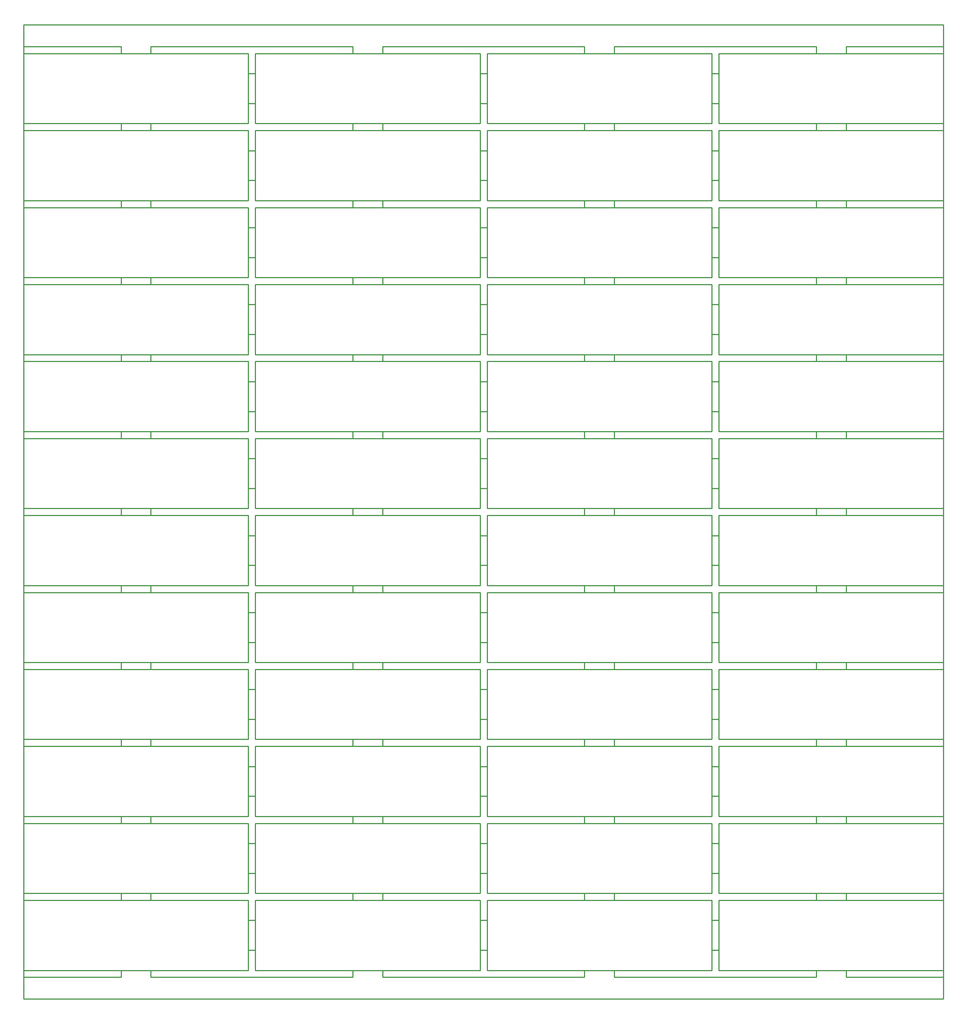
<source format=gko>
G04 Layer: BoardOutline*
G04 EasyEDA v6.4.25, 2021-09-22T10:20:37+05:30*
G04 774fefb5d2d343239ab63bc48f8a28e3,f7b9aed3ca5c4f10b20383f968238e49,10*
G04 Gerber Generator version 0.2*
G04 Scale: 100 percent, Rotated: No, Reflected: No *
G04 Dimensions in inches *
G04 leading zeros omitted , absolute positions ,3 integer and 6 decimal *
%FSLAX36Y36*%
%MOIN*%

%ADD10C,0.0100*%
D10*
X1840000Y629920D02*
G01*
X2027554Y629920D01*
X2027554Y492125D01*
X2027554Y196849D01*
X2027554Y19684D01*
X1925700Y-1659D02*
G01*
X2027554Y-1659D01*
X2027554Y19684D01*
X1925700Y-1659D02*
G01*
X-699Y-1659D01*
X-699Y628740D01*
X0Y629920D02*
G01*
X1840000Y629920D01*
X3931246Y629920D02*
G01*
X4118801Y629920D01*
X4118801Y492125D01*
X4118801Y196849D01*
X4118801Y19684D01*
X4016946Y-1659D02*
G01*
X4118801Y-1659D01*
X4118801Y19684D01*
X4016946Y-1659D02*
G01*
X2090547Y-1659D01*
X2090547Y628740D01*
X2091246Y629920D02*
G01*
X3931246Y629920D01*
X6022493Y629920D02*
G01*
X6210048Y629920D01*
X6210048Y492125D01*
X6210048Y196849D01*
X6210048Y19684D01*
X6108193Y-1659D02*
G01*
X6210048Y-1659D01*
X6210048Y19684D01*
X6108193Y-1659D02*
G01*
X4181793Y-1659D01*
X4181793Y628740D01*
X4182493Y629920D02*
G01*
X6022493Y629920D01*
X8113740Y629920D02*
G01*
X8301295Y629920D01*
X8301295Y492125D01*
X8301295Y196849D01*
X8301295Y19684D01*
X8199440Y-1659D02*
G01*
X8301295Y-1659D01*
X8301295Y19684D01*
X8199440Y-1659D02*
G01*
X6273040Y-1659D01*
X6273040Y628740D01*
X6273740Y629920D02*
G01*
X8113740Y629920D01*
X1840000Y-64651D02*
G01*
X2027554Y-64651D01*
X2027554Y-202446D01*
X2027554Y-497721D01*
X2027554Y-674886D01*
X1925700Y-696231D02*
G01*
X2027554Y-696231D01*
X2027554Y-674886D01*
X1925700Y-696231D02*
G01*
X-699Y-696231D01*
X-699Y-65831D01*
X0Y-64651D02*
G01*
X1840000Y-64651D01*
X3931246Y-64651D02*
G01*
X4118801Y-64651D01*
X4118801Y-202446D01*
X4118801Y-497721D01*
X4118801Y-674886D01*
X4016946Y-696231D02*
G01*
X4118801Y-696231D01*
X4118801Y-674886D01*
X4016946Y-696231D02*
G01*
X2090547Y-696231D01*
X2090547Y-65831D01*
X2091246Y-64651D02*
G01*
X3931246Y-64651D01*
X6022493Y-64651D02*
G01*
X6210048Y-64651D01*
X6210048Y-202446D01*
X6210048Y-497721D01*
X6210048Y-674886D01*
X6108193Y-696231D02*
G01*
X6210048Y-696231D01*
X6210048Y-674886D01*
X6108193Y-696231D02*
G01*
X4181793Y-696231D01*
X4181793Y-65831D01*
X4182493Y-64651D02*
G01*
X6022493Y-64651D01*
X8113740Y-64651D02*
G01*
X8301295Y-64651D01*
X8301295Y-202446D01*
X8301295Y-497721D01*
X8301295Y-674886D01*
X8199440Y-696231D02*
G01*
X8301295Y-696231D01*
X8301295Y-674886D01*
X8199440Y-696231D02*
G01*
X6273040Y-696231D01*
X6273040Y-65831D01*
X6273740Y-64651D02*
G01*
X8113740Y-64651D01*
X1840000Y-759223D02*
G01*
X2027554Y-759223D01*
X2027554Y-897018D01*
X2027554Y-1192293D01*
X2027554Y-1369458D01*
X1925700Y-1390803D02*
G01*
X2027554Y-1390803D01*
X2027554Y-1369458D01*
X1925700Y-1390803D02*
G01*
X-699Y-1390803D01*
X-699Y-760403D01*
X0Y-759223D02*
G01*
X1840000Y-759223D01*
X3931246Y-759223D02*
G01*
X4118801Y-759223D01*
X4118801Y-897018D01*
X4118801Y-1192293D01*
X4118801Y-1369458D01*
X4016946Y-1390803D02*
G01*
X4118801Y-1390803D01*
X4118801Y-1369458D01*
X4016946Y-1390803D02*
G01*
X2090547Y-1390803D01*
X2090547Y-760403D01*
X2091246Y-759223D02*
G01*
X3931246Y-759223D01*
X6022493Y-759223D02*
G01*
X6210048Y-759223D01*
X6210048Y-897018D01*
X6210048Y-1192293D01*
X6210048Y-1369458D01*
X6108193Y-1390803D02*
G01*
X6210048Y-1390803D01*
X6210048Y-1369458D01*
X6108193Y-1390803D02*
G01*
X4181793Y-1390803D01*
X4181793Y-760403D01*
X4182493Y-759223D02*
G01*
X6022493Y-759223D01*
X8113740Y-759223D02*
G01*
X8301295Y-759223D01*
X8301295Y-897018D01*
X8301295Y-1192293D01*
X8301295Y-1369458D01*
X8199440Y-1390803D02*
G01*
X8301295Y-1390803D01*
X8301295Y-1369458D01*
X8199440Y-1390803D02*
G01*
X6273040Y-1390803D01*
X6273040Y-760403D01*
X6273740Y-759223D02*
G01*
X8113740Y-759223D01*
X1840000Y-1453795D02*
G01*
X2027554Y-1453795D01*
X2027554Y-1591590D01*
X2027554Y-1886866D01*
X2027554Y-2064030D01*
X1925700Y-2085375D02*
G01*
X2027554Y-2085375D01*
X2027554Y-2064030D01*
X1925700Y-2085375D02*
G01*
X-699Y-2085375D01*
X-699Y-1454975D01*
X0Y-1453795D02*
G01*
X1840000Y-1453795D01*
X3931246Y-1453795D02*
G01*
X4118801Y-1453795D01*
X4118801Y-1591590D01*
X4118801Y-1886866D01*
X4118801Y-2064030D01*
X4016946Y-2085375D02*
G01*
X4118801Y-2085375D01*
X4118801Y-2064030D01*
X4016946Y-2085375D02*
G01*
X2090547Y-2085375D01*
X2090547Y-1454975D01*
X2091246Y-1453795D02*
G01*
X3931246Y-1453795D01*
X6022493Y-1453795D02*
G01*
X6210048Y-1453795D01*
X6210048Y-1591590D01*
X6210048Y-1886866D01*
X6210048Y-2064030D01*
X6108193Y-2085375D02*
G01*
X6210048Y-2085375D01*
X6210048Y-2064030D01*
X6108193Y-2085375D02*
G01*
X4181793Y-2085375D01*
X4181793Y-1454975D01*
X4182493Y-1453795D02*
G01*
X6022493Y-1453795D01*
X8113740Y-1453795D02*
G01*
X8301295Y-1453795D01*
X8301295Y-1591590D01*
X8301295Y-1886866D01*
X8301295Y-2064030D01*
X8199440Y-2085375D02*
G01*
X8301295Y-2085375D01*
X8301295Y-2064030D01*
X8199440Y-2085375D02*
G01*
X6273040Y-2085375D01*
X6273040Y-1454975D01*
X6273740Y-1453795D02*
G01*
X8113740Y-1453795D01*
X1840000Y-2148367D02*
G01*
X2027554Y-2148367D01*
X2027554Y-2286162D01*
X2027554Y-2581437D01*
X2027554Y-2758602D01*
X1925700Y-2779947D02*
G01*
X2027554Y-2779947D01*
X2027554Y-2758602D01*
X1925700Y-2779947D02*
G01*
X-699Y-2779947D01*
X-699Y-2149547D01*
X0Y-2148367D02*
G01*
X1840000Y-2148367D01*
X3931246Y-2148367D02*
G01*
X4118801Y-2148367D01*
X4118801Y-2286162D01*
X4118801Y-2581437D01*
X4118801Y-2758602D01*
X4016946Y-2779947D02*
G01*
X4118801Y-2779947D01*
X4118801Y-2758602D01*
X4016946Y-2779947D02*
G01*
X2090547Y-2779947D01*
X2090547Y-2149547D01*
X2091246Y-2148367D02*
G01*
X3931246Y-2148367D01*
X6022493Y-2148367D02*
G01*
X6210048Y-2148367D01*
X6210048Y-2286162D01*
X6210048Y-2581437D01*
X6210048Y-2758602D01*
X6108193Y-2779947D02*
G01*
X6210048Y-2779947D01*
X6210048Y-2758602D01*
X6108193Y-2779947D02*
G01*
X4181793Y-2779947D01*
X4181793Y-2149547D01*
X4182493Y-2148367D02*
G01*
X6022493Y-2148367D01*
X8113740Y-2148367D02*
G01*
X8301295Y-2148367D01*
X8301295Y-2286162D01*
X8301295Y-2581437D01*
X8301295Y-2758602D01*
X8199440Y-2779947D02*
G01*
X8301295Y-2779947D01*
X8301295Y-2758602D01*
X8199440Y-2779947D02*
G01*
X6273040Y-2779947D01*
X6273040Y-2149547D01*
X6273740Y-2148367D02*
G01*
X8113740Y-2148367D01*
X1840000Y-2842939D02*
G01*
X2027554Y-2842939D01*
X2027554Y-2980734D01*
X2027554Y-3276009D01*
X2027554Y-3453174D01*
X1925700Y-3474519D02*
G01*
X2027554Y-3474519D01*
X2027554Y-3453174D01*
X1925700Y-3474519D02*
G01*
X-699Y-3474519D01*
X-699Y-2844119D01*
X0Y-2842939D02*
G01*
X1840000Y-2842939D01*
X3931246Y-2842939D02*
G01*
X4118801Y-2842939D01*
X4118801Y-2980734D01*
X4118801Y-3276009D01*
X4118801Y-3453174D01*
X4016946Y-3474519D02*
G01*
X4118801Y-3474519D01*
X4118801Y-3453174D01*
X4016946Y-3474519D02*
G01*
X2090547Y-3474519D01*
X2090547Y-2844119D01*
X2091246Y-2842939D02*
G01*
X3931246Y-2842939D01*
X6022493Y-2842939D02*
G01*
X6210048Y-2842939D01*
X6210048Y-2980734D01*
X6210048Y-3276009D01*
X6210048Y-3453174D01*
X6108193Y-3474519D02*
G01*
X6210048Y-3474519D01*
X6210048Y-3453174D01*
X6108193Y-3474519D02*
G01*
X4181793Y-3474519D01*
X4181793Y-2844119D01*
X4182493Y-2842939D02*
G01*
X6022493Y-2842939D01*
X8113740Y-2842939D02*
G01*
X8301295Y-2842939D01*
X8301295Y-2980734D01*
X8301295Y-3276009D01*
X8301295Y-3453174D01*
X8199440Y-3474519D02*
G01*
X8301295Y-3474519D01*
X8301295Y-3453174D01*
X8199440Y-3474519D02*
G01*
X6273040Y-3474519D01*
X6273040Y-2844119D01*
X6273740Y-2842939D02*
G01*
X8113740Y-2842939D01*
X1840000Y-3537511D02*
G01*
X2027554Y-3537511D01*
X2027554Y-3675306D01*
X2027554Y-3970581D01*
X2027554Y-4147746D01*
X1925700Y-4169091D02*
G01*
X2027554Y-4169091D01*
X2027554Y-4147746D01*
X1925700Y-4169091D02*
G01*
X-699Y-4169091D01*
X-699Y-3538691D01*
X0Y-3537511D02*
G01*
X1840000Y-3537511D01*
X3931246Y-3537511D02*
G01*
X4118801Y-3537511D01*
X4118801Y-3675306D01*
X4118801Y-3970581D01*
X4118801Y-4147746D01*
X4016946Y-4169091D02*
G01*
X4118801Y-4169091D01*
X4118801Y-4147746D01*
X4016946Y-4169091D02*
G01*
X2090547Y-4169091D01*
X2090547Y-3538691D01*
X2091246Y-3537511D02*
G01*
X3931246Y-3537511D01*
X6022493Y-3537511D02*
G01*
X6210048Y-3537511D01*
X6210048Y-3675306D01*
X6210048Y-3970581D01*
X6210048Y-4147746D01*
X6108193Y-4169091D02*
G01*
X6210048Y-4169091D01*
X6210048Y-4147746D01*
X6108193Y-4169091D02*
G01*
X4181793Y-4169091D01*
X4181793Y-3538691D01*
X4182493Y-3537511D02*
G01*
X6022493Y-3537511D01*
X8113740Y-3537511D02*
G01*
X8301295Y-3537511D01*
X8301295Y-3675306D01*
X8301295Y-3970581D01*
X8301295Y-4147746D01*
X8199440Y-4169091D02*
G01*
X8301295Y-4169091D01*
X8301295Y-4147746D01*
X8199440Y-4169091D02*
G01*
X6273040Y-4169091D01*
X6273040Y-3538691D01*
X6273740Y-3537511D02*
G01*
X8113740Y-3537511D01*
X1840000Y-4232083D02*
G01*
X2027554Y-4232083D01*
X2027554Y-4369878D01*
X2027554Y-4665153D01*
X2027554Y-4842318D01*
X1925700Y-4863663D02*
G01*
X2027554Y-4863663D01*
X2027554Y-4842318D01*
X1925700Y-4863663D02*
G01*
X-699Y-4863663D01*
X-699Y-4233263D01*
X0Y-4232083D02*
G01*
X1840000Y-4232083D01*
X3931246Y-4232083D02*
G01*
X4118801Y-4232083D01*
X4118801Y-4369878D01*
X4118801Y-4665153D01*
X4118801Y-4842318D01*
X4016946Y-4863663D02*
G01*
X4118801Y-4863663D01*
X4118801Y-4842318D01*
X4016946Y-4863663D02*
G01*
X2090547Y-4863663D01*
X2090547Y-4233263D01*
X2091246Y-4232083D02*
G01*
X3931246Y-4232083D01*
X6022493Y-4232083D02*
G01*
X6210048Y-4232083D01*
X6210048Y-4369878D01*
X6210048Y-4665153D01*
X6210048Y-4842318D01*
X6108193Y-4863663D02*
G01*
X6210048Y-4863663D01*
X6210048Y-4842318D01*
X6108193Y-4863663D02*
G01*
X4181793Y-4863663D01*
X4181793Y-4233263D01*
X4182493Y-4232083D02*
G01*
X6022493Y-4232083D01*
X8113740Y-4232083D02*
G01*
X8301295Y-4232083D01*
X8301295Y-4369878D01*
X8301295Y-4665153D01*
X8301295Y-4842318D01*
X8199440Y-4863663D02*
G01*
X8301295Y-4863663D01*
X8301295Y-4842318D01*
X8199440Y-4863663D02*
G01*
X6273040Y-4863663D01*
X6273040Y-4233263D01*
X6273740Y-4232083D02*
G01*
X8113740Y-4232083D01*
X1840000Y-4926655D02*
G01*
X2027554Y-4926655D01*
X2027554Y-5064450D01*
X2027554Y-5359725D01*
X2027554Y-5536890D01*
X1925700Y-5558235D02*
G01*
X2027554Y-5558235D01*
X2027554Y-5536890D01*
X1925700Y-5558235D02*
G01*
X-699Y-5558235D01*
X-699Y-4927835D01*
X0Y-4926655D02*
G01*
X1840000Y-4926655D01*
X3931246Y-4926655D02*
G01*
X4118801Y-4926655D01*
X4118801Y-5064450D01*
X4118801Y-5359725D01*
X4118801Y-5536890D01*
X4016946Y-5558235D02*
G01*
X4118801Y-5558235D01*
X4118801Y-5536890D01*
X4016946Y-5558235D02*
G01*
X2090547Y-5558235D01*
X2090547Y-4927835D01*
X2091246Y-4926655D02*
G01*
X3931246Y-4926655D01*
X6022493Y-4926655D02*
G01*
X6210048Y-4926655D01*
X6210048Y-5064450D01*
X6210048Y-5359725D01*
X6210048Y-5536890D01*
X6108193Y-5558235D02*
G01*
X6210048Y-5558235D01*
X6210048Y-5536890D01*
X6108193Y-5558235D02*
G01*
X4181793Y-5558235D01*
X4181793Y-4927835D01*
X4182493Y-4926655D02*
G01*
X6022493Y-4926655D01*
X8113740Y-4926655D02*
G01*
X8301295Y-4926655D01*
X8301295Y-5064450D01*
X8301295Y-5359725D01*
X8301295Y-5536890D01*
X8199440Y-5558235D02*
G01*
X8301295Y-5558235D01*
X8301295Y-5536890D01*
X8199440Y-5558235D02*
G01*
X6273040Y-5558235D01*
X6273040Y-4927835D01*
X6273740Y-4926655D02*
G01*
X8113740Y-4926655D01*
X1840000Y-5621227D02*
G01*
X2027554Y-5621227D01*
X2027554Y-5759022D01*
X2027554Y-6054297D01*
X2027554Y-6231462D01*
X1925700Y-6252807D02*
G01*
X2027554Y-6252807D01*
X2027554Y-6231462D01*
X1925700Y-6252807D02*
G01*
X-699Y-6252807D01*
X-699Y-5622407D01*
X0Y-5621227D02*
G01*
X1840000Y-5621227D01*
X3931246Y-5621227D02*
G01*
X4118801Y-5621227D01*
X4118801Y-5759022D01*
X4118801Y-6054297D01*
X4118801Y-6231462D01*
X4016946Y-6252807D02*
G01*
X4118801Y-6252807D01*
X4118801Y-6231462D01*
X4016946Y-6252807D02*
G01*
X2090547Y-6252807D01*
X2090547Y-5622407D01*
X2091246Y-5621227D02*
G01*
X3931246Y-5621227D01*
X6022493Y-5621227D02*
G01*
X6210048Y-5621227D01*
X6210048Y-5759022D01*
X6210048Y-6054297D01*
X6210048Y-6231462D01*
X6108193Y-6252807D02*
G01*
X6210048Y-6252807D01*
X6210048Y-6231462D01*
X6108193Y-6252807D02*
G01*
X4181793Y-6252807D01*
X4181793Y-5622407D01*
X4182493Y-5621227D02*
G01*
X6022493Y-5621227D01*
X8113740Y-5621227D02*
G01*
X8301295Y-5621227D01*
X8301295Y-5759022D01*
X8301295Y-6054297D01*
X8301295Y-6231462D01*
X8199440Y-6252807D02*
G01*
X8301295Y-6252807D01*
X8301295Y-6231462D01*
X8199440Y-6252807D02*
G01*
X6273040Y-6252807D01*
X6273040Y-5622407D01*
X6273740Y-5621227D02*
G01*
X8113740Y-5621227D01*
X1840000Y-6315799D02*
G01*
X2027554Y-6315799D01*
X2027554Y-6453594D01*
X2027554Y-6748869D01*
X2027554Y-6926034D01*
X1925700Y-6947379D02*
G01*
X2027554Y-6947379D01*
X2027554Y-6926034D01*
X1925700Y-6947379D02*
G01*
X-699Y-6947379D01*
X-699Y-6316979D01*
X0Y-6315799D02*
G01*
X1840000Y-6315799D01*
X3931246Y-6315799D02*
G01*
X4118801Y-6315799D01*
X4118801Y-6453594D01*
X4118801Y-6748869D01*
X4118801Y-6926034D01*
X4016946Y-6947379D02*
G01*
X4118801Y-6947379D01*
X4118801Y-6926034D01*
X4016946Y-6947379D02*
G01*
X2090547Y-6947379D01*
X2090547Y-6316979D01*
X2091246Y-6315799D02*
G01*
X3931246Y-6315799D01*
X6022493Y-6315799D02*
G01*
X6210048Y-6315799D01*
X6210048Y-6453594D01*
X6210048Y-6748869D01*
X6210048Y-6926034D01*
X6108193Y-6947379D02*
G01*
X6210048Y-6947379D01*
X6210048Y-6926034D01*
X6108193Y-6947379D02*
G01*
X4181793Y-6947379D01*
X4181793Y-6316979D01*
X4182493Y-6315799D02*
G01*
X6022493Y-6315799D01*
X8113740Y-6315799D02*
G01*
X8301295Y-6315799D01*
X8301295Y-6453594D01*
X8301295Y-6748869D01*
X8301295Y-6926034D01*
X8199440Y-6947379D02*
G01*
X8301295Y-6947379D01*
X8301295Y-6926034D01*
X8199440Y-6947379D02*
G01*
X6273040Y-6947379D01*
X6273040Y-6316979D01*
X6273740Y-6315799D02*
G01*
X8113740Y-6315799D01*
X1840000Y-7010371D02*
G01*
X2027554Y-7010371D01*
X2027554Y-7148166D01*
X2027554Y-7443441D01*
X2027554Y-7620606D01*
X1925700Y-7641951D02*
G01*
X2027554Y-7641951D01*
X2027554Y-7620606D01*
X1925700Y-7641951D02*
G01*
X-699Y-7641951D01*
X-699Y-7011551D01*
X0Y-7010371D02*
G01*
X1840000Y-7010371D01*
X3931246Y-7010371D02*
G01*
X4118801Y-7010371D01*
X4118801Y-7148166D01*
X4118801Y-7443441D01*
X4118801Y-7620606D01*
X4016946Y-7641951D02*
G01*
X4118801Y-7641951D01*
X4118801Y-7620606D01*
X4016946Y-7641951D02*
G01*
X2090547Y-7641951D01*
X2090547Y-7011551D01*
X2091246Y-7010371D02*
G01*
X3931246Y-7010371D01*
X6022493Y-7010371D02*
G01*
X6210048Y-7010371D01*
X6210048Y-7148166D01*
X6210048Y-7443441D01*
X6210048Y-7620606D01*
X6108193Y-7641951D02*
G01*
X6210048Y-7641951D01*
X6210048Y-7620606D01*
X6108193Y-7641951D02*
G01*
X4181793Y-7641951D01*
X4181793Y-7011551D01*
X4182493Y-7010371D02*
G01*
X6022493Y-7010371D01*
X8113740Y-7010371D02*
G01*
X8301295Y-7010371D01*
X8301295Y-7148166D01*
X8301295Y-7443441D01*
X8301295Y-7620606D01*
X8199440Y-7641951D02*
G01*
X8301295Y-7641951D01*
X8301295Y-7620606D01*
X8199440Y-7641951D02*
G01*
X6273040Y-7641951D01*
X6273040Y-7011551D01*
X6273740Y-7010371D02*
G01*
X8113740Y-7010371D01*
X-698Y889762D02*
G01*
X8301294Y889762D01*
X8301294Y-7901788D01*
X-698Y-7901788D01*
X-698Y889762D01*
X878781Y692913D02*
G01*
X-698Y692913D01*
X878781Y-7704937D02*
G01*
X-698Y-7704937D01*
X2970027Y692913D02*
G01*
X1148076Y692913D01*
X2970027Y-7704937D02*
G01*
X1148076Y-7704937D01*
X5061273Y692913D02*
G01*
X3239321Y692913D01*
X5061273Y-7704937D02*
G01*
X3239321Y-7704937D01*
X7152519Y692913D02*
G01*
X5330569Y692913D01*
X7152519Y-7704937D02*
G01*
X5330569Y-7704937D01*
X8301295Y692913D02*
G01*
X7421815Y692913D01*
X8301295Y-7704937D02*
G01*
X7421815Y-7704937D01*
X878781Y-61042D02*
G01*
X878781Y-5268D01*
X1148076Y-61042D02*
G01*
X1148076Y-5268D01*
X2970027Y-61042D02*
G01*
X2970027Y-5268D01*
X3239322Y-61042D02*
G01*
X3239322Y-5268D01*
X5061273Y-61042D02*
G01*
X5061273Y-5268D01*
X5330568Y-61042D02*
G01*
X5330568Y-5268D01*
X7152520Y-61042D02*
G01*
X7152520Y-5268D01*
X7421815Y-61042D02*
G01*
X7421815Y-5268D01*
X878781Y-755614D02*
G01*
X878781Y-699840D01*
X1148076Y-755614D02*
G01*
X1148076Y-699840D01*
X2970027Y-755614D02*
G01*
X2970027Y-699840D01*
X3239322Y-755614D02*
G01*
X3239322Y-699840D01*
X5061273Y-755614D02*
G01*
X5061273Y-699840D01*
X5330568Y-755614D02*
G01*
X5330568Y-699840D01*
X7152520Y-755614D02*
G01*
X7152520Y-699840D01*
X7421815Y-755614D02*
G01*
X7421815Y-699840D01*
X878781Y-1450186D02*
G01*
X878781Y-1394412D01*
X1148076Y-1450186D02*
G01*
X1148076Y-1394412D01*
X2970027Y-1450186D02*
G01*
X2970027Y-1394412D01*
X3239322Y-1450186D02*
G01*
X3239322Y-1394412D01*
X5061273Y-1450186D02*
G01*
X5061273Y-1394412D01*
X5330568Y-1450186D02*
G01*
X5330568Y-1394412D01*
X7152520Y-1450186D02*
G01*
X7152520Y-1394412D01*
X7421815Y-1450186D02*
G01*
X7421815Y-1394412D01*
X878781Y-2144757D02*
G01*
X878781Y-2088983D01*
X1148076Y-2144757D02*
G01*
X1148076Y-2088983D01*
X2970027Y-2144757D02*
G01*
X2970027Y-2088983D01*
X3239322Y-2144757D02*
G01*
X3239322Y-2088983D01*
X5061273Y-2144757D02*
G01*
X5061273Y-2088983D01*
X5330568Y-2144757D02*
G01*
X5330568Y-2088983D01*
X7152520Y-2144757D02*
G01*
X7152520Y-2088983D01*
X7421815Y-2144757D02*
G01*
X7421815Y-2088983D01*
X878781Y-2839329D02*
G01*
X878781Y-2783555D01*
X1148076Y-2839329D02*
G01*
X1148076Y-2783555D01*
X2970027Y-2839329D02*
G01*
X2970027Y-2783555D01*
X3239322Y-2839329D02*
G01*
X3239322Y-2783555D01*
X5061273Y-2839329D02*
G01*
X5061273Y-2783555D01*
X5330568Y-2839329D02*
G01*
X5330568Y-2783555D01*
X7152520Y-2839329D02*
G01*
X7152520Y-2783555D01*
X7421815Y-2839329D02*
G01*
X7421815Y-2783555D01*
X878781Y-3533900D02*
G01*
X878781Y-3478126D01*
X1148076Y-3533900D02*
G01*
X1148076Y-3478126D01*
X2970027Y-3533900D02*
G01*
X2970027Y-3478126D01*
X3239322Y-3533900D02*
G01*
X3239322Y-3478126D01*
X5061273Y-3533900D02*
G01*
X5061273Y-3478126D01*
X5330568Y-3533900D02*
G01*
X5330568Y-3478126D01*
X7152520Y-3533900D02*
G01*
X7152520Y-3478126D01*
X7421815Y-3533900D02*
G01*
X7421815Y-3478126D01*
X878781Y-4228472D02*
G01*
X878781Y-4172698D01*
X1148076Y-4228472D02*
G01*
X1148076Y-4172698D01*
X2970027Y-4228472D02*
G01*
X2970027Y-4172698D01*
X3239322Y-4228472D02*
G01*
X3239322Y-4172698D01*
X5061273Y-4228472D02*
G01*
X5061273Y-4172698D01*
X5330568Y-4228472D02*
G01*
X5330568Y-4172698D01*
X7152520Y-4228472D02*
G01*
X7152520Y-4172698D01*
X7421815Y-4228472D02*
G01*
X7421815Y-4172698D01*
X878781Y-4923044D02*
G01*
X878781Y-4867270D01*
X1148076Y-4923044D02*
G01*
X1148076Y-4867270D01*
X2970027Y-4923044D02*
G01*
X2970027Y-4867270D01*
X3239322Y-4923044D02*
G01*
X3239322Y-4867270D01*
X5061273Y-4923044D02*
G01*
X5061273Y-4867270D01*
X5330568Y-4923044D02*
G01*
X5330568Y-4867270D01*
X7152520Y-4923044D02*
G01*
X7152520Y-4867270D01*
X7421815Y-4923044D02*
G01*
X7421815Y-4867270D01*
X878781Y-5617615D02*
G01*
X878781Y-5561841D01*
X1148076Y-5617615D02*
G01*
X1148076Y-5561841D01*
X2970027Y-5617615D02*
G01*
X2970027Y-5561841D01*
X3239322Y-5617615D02*
G01*
X3239322Y-5561841D01*
X5061273Y-5617615D02*
G01*
X5061273Y-5561841D01*
X5330568Y-5617615D02*
G01*
X5330568Y-5561841D01*
X7152520Y-5617615D02*
G01*
X7152520Y-5561841D01*
X7421815Y-5617615D02*
G01*
X7421815Y-5561841D01*
X878781Y-6312187D02*
G01*
X878781Y-6256413D01*
X1148076Y-6312187D02*
G01*
X1148076Y-6256413D01*
X2970027Y-6312187D02*
G01*
X2970027Y-6256413D01*
X3239322Y-6312187D02*
G01*
X3239322Y-6256413D01*
X5061273Y-6312187D02*
G01*
X5061273Y-6256413D01*
X5330568Y-6312187D02*
G01*
X5330568Y-6256413D01*
X7152520Y-6312187D02*
G01*
X7152520Y-6256413D01*
X7421815Y-6312187D02*
G01*
X7421815Y-6256413D01*
X878781Y-7006758D02*
G01*
X878781Y-6950984D01*
X1148076Y-7006758D02*
G01*
X1148076Y-6950984D01*
X2970027Y-7006758D02*
G01*
X2970027Y-6950984D01*
X3239322Y-7006758D02*
G01*
X3239322Y-6950984D01*
X5061273Y-7006758D02*
G01*
X5061273Y-6950984D01*
X5330568Y-7006758D02*
G01*
X5330568Y-6950984D01*
X7152520Y-7006758D02*
G01*
X7152520Y-6950984D01*
X7421815Y-7006758D02*
G01*
X7421815Y-6950984D01*
X2086937Y448778D02*
G01*
X2031164Y448778D01*
X2086937Y179483D02*
G01*
X2031164Y179483D01*
X4178183Y448778D02*
G01*
X4122410Y448778D01*
X4178183Y179483D02*
G01*
X4122410Y179483D01*
X6269429Y448778D02*
G01*
X6213656Y448778D01*
X6269429Y179483D02*
G01*
X6213656Y179483D01*
X2086937Y-245793D02*
G01*
X2031164Y-245793D01*
X2086937Y-515088D02*
G01*
X2031164Y-515088D01*
X4178183Y-245793D02*
G01*
X4122410Y-245793D01*
X4178183Y-515088D02*
G01*
X4122410Y-515088D01*
X6269429Y-245793D02*
G01*
X6213656Y-245793D01*
X6269429Y-515088D02*
G01*
X6213656Y-515088D01*
X2086937Y-940365D02*
G01*
X2031164Y-940365D01*
X2086937Y-1209660D02*
G01*
X2031164Y-1209660D01*
X4178183Y-940365D02*
G01*
X4122410Y-940365D01*
X4178183Y-1209660D02*
G01*
X4122410Y-1209660D01*
X6269429Y-940365D02*
G01*
X6213656Y-940365D01*
X6269429Y-1209660D02*
G01*
X6213656Y-1209660D01*
X2086937Y-1634936D02*
G01*
X2031164Y-1634936D01*
X2086937Y-1904231D02*
G01*
X2031164Y-1904231D01*
X4178183Y-1634936D02*
G01*
X4122410Y-1634936D01*
X4178183Y-1904231D02*
G01*
X4122410Y-1904231D01*
X6269429Y-1634936D02*
G01*
X6213656Y-1634936D01*
X6269429Y-1904231D02*
G01*
X6213656Y-1904231D01*
X2086937Y-2329508D02*
G01*
X2031164Y-2329508D01*
X2086937Y-2598803D02*
G01*
X2031164Y-2598803D01*
X4178183Y-2329508D02*
G01*
X4122410Y-2329508D01*
X4178183Y-2598803D02*
G01*
X4122410Y-2598803D01*
X6269429Y-2329508D02*
G01*
X6213656Y-2329508D01*
X6269429Y-2598803D02*
G01*
X6213656Y-2598803D01*
X2086937Y-3024079D02*
G01*
X2031164Y-3024079D01*
X2086937Y-3293374D02*
G01*
X2031164Y-3293374D01*
X4178183Y-3024079D02*
G01*
X4122410Y-3024079D01*
X4178183Y-3293374D02*
G01*
X4122410Y-3293374D01*
X6269429Y-3024079D02*
G01*
X6213656Y-3024079D01*
X6269429Y-3293374D02*
G01*
X6213656Y-3293374D01*
X2086937Y-3718651D02*
G01*
X2031164Y-3718651D01*
X2086937Y-3987946D02*
G01*
X2031164Y-3987946D01*
X4178183Y-3718651D02*
G01*
X4122410Y-3718651D01*
X4178183Y-3987946D02*
G01*
X4122410Y-3987946D01*
X6269429Y-3718651D02*
G01*
X6213656Y-3718651D01*
X6269429Y-3987946D02*
G01*
X6213656Y-3987946D01*
X2086937Y-4413223D02*
G01*
X2031164Y-4413223D01*
X2086937Y-4682518D02*
G01*
X2031164Y-4682518D01*
X4178183Y-4413223D02*
G01*
X4122410Y-4413223D01*
X4178183Y-4682518D02*
G01*
X4122410Y-4682518D01*
X6269429Y-4413223D02*
G01*
X6213656Y-4413223D01*
X6269429Y-4682518D02*
G01*
X6213656Y-4682518D01*
X2086937Y-5107794D02*
G01*
X2031164Y-5107794D01*
X2086937Y-5377089D02*
G01*
X2031164Y-5377089D01*
X4178183Y-5107794D02*
G01*
X4122410Y-5107794D01*
X4178183Y-5377089D02*
G01*
X4122410Y-5377089D01*
X6269429Y-5107794D02*
G01*
X6213656Y-5107794D01*
X6269429Y-5377089D02*
G01*
X6213656Y-5377089D01*
X2086937Y-5802366D02*
G01*
X2031164Y-5802366D01*
X2086937Y-6071661D02*
G01*
X2031164Y-6071661D01*
X4178183Y-5802366D02*
G01*
X4122410Y-5802366D01*
X4178183Y-6071661D02*
G01*
X4122410Y-6071661D01*
X6269429Y-5802366D02*
G01*
X6213656Y-5802366D01*
X6269429Y-6071661D02*
G01*
X6213656Y-6071661D01*
X2086937Y-6496937D02*
G01*
X2031164Y-6496937D01*
X2086937Y-6766232D02*
G01*
X2031164Y-6766232D01*
X4178183Y-6496937D02*
G01*
X4122410Y-6496937D01*
X4178183Y-6766232D02*
G01*
X4122410Y-6766232D01*
X6269429Y-6496937D02*
G01*
X6213656Y-6496937D01*
X6269429Y-6766232D02*
G01*
X6213656Y-6766232D01*
X2086937Y-7191509D02*
G01*
X2031164Y-7191509D01*
X2086937Y-7460804D02*
G01*
X2031164Y-7460804D01*
X4178183Y-7191509D02*
G01*
X4122410Y-7191509D01*
X4178183Y-7460804D02*
G01*
X4122410Y-7460804D01*
X6269429Y-7191509D02*
G01*
X6213656Y-7191509D01*
X6269429Y-7460804D02*
G01*
X6213656Y-7460804D01*
X878781Y633529D02*
G01*
X878781Y692913D01*
X878781Y-7704937D02*
G01*
X878781Y-7645555D01*
X1148076Y633529D02*
G01*
X1148076Y692913D01*
X1148076Y-7704937D02*
G01*
X1148076Y-7645555D01*
X2970027Y633529D02*
G01*
X2970027Y692913D01*
X2970027Y-7704937D02*
G01*
X2970027Y-7645555D01*
X3239321Y633529D02*
G01*
X3239321Y692913D01*
X3239321Y-7704937D02*
G01*
X3239321Y-7645555D01*
X5061273Y633529D02*
G01*
X5061273Y692913D01*
X5061273Y-7704937D02*
G01*
X5061273Y-7645555D01*
X5330569Y633529D02*
G01*
X5330569Y692913D01*
X5330569Y-7704937D02*
G01*
X5330569Y-7645555D01*
X7152519Y633529D02*
G01*
X7152519Y692913D01*
X7152519Y-7704937D02*
G01*
X7152519Y-7645555D01*
X7421815Y633529D02*
G01*
X7421815Y692913D01*
X7421815Y-7704937D02*
G01*
X7421815Y-7645555D01*

%LPD*%
M02*

</source>
